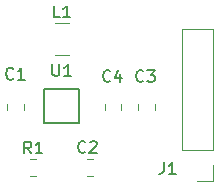
<source format=gbr>
G04 #@! TF.GenerationSoftware,KiCad,Pcbnew,5.1.5+dfsg1-2build2*
G04 #@! TF.CreationDate,2020-09-01T14:50:31-04:00*
G04 #@! TF.ProjectId,TPS63001Supply,54505336-3330-4303-9153-7570706c792e,rev?*
G04 #@! TF.SameCoordinates,Original*
G04 #@! TF.FileFunction,Legend,Top*
G04 #@! TF.FilePolarity,Positive*
%FSLAX46Y46*%
G04 Gerber Fmt 4.6, Leading zero omitted, Abs format (unit mm)*
G04 Created by KiCad (PCBNEW 5.1.5+dfsg1-2build2) date 2020-09-01 14:50:31*
%MOMM*%
%LPD*%
G04 APERTURE LIST*
%ADD10C,0.150000*%
%ADD11C,0.120000*%
G04 APERTURE END LIST*
D10*
X149951100Y-103553600D02*
X147051100Y-103553600D01*
X149951100Y-106453600D02*
X149951100Y-103553600D01*
X147051100Y-106453600D02*
X149951100Y-106453600D01*
X147051100Y-103553600D02*
X147051100Y-106453600D01*
D11*
X143917600Y-104843948D02*
X143917600Y-105366452D01*
X145337600Y-104843948D02*
X145337600Y-105366452D01*
X150638748Y-109490000D02*
X151161252Y-109490000D01*
X150638748Y-110910000D02*
X151161252Y-110910000D01*
X154990000Y-104838748D02*
X154990000Y-105361252D01*
X156410000Y-104838748D02*
X156410000Y-105361252D01*
X153567200Y-104843948D02*
X153567200Y-105366452D01*
X152147200Y-104843948D02*
X152147200Y-105366452D01*
X161330000Y-98510000D02*
X158670000Y-98510000D01*
X161330000Y-108730000D02*
X161330000Y-98510000D01*
X158670000Y-108730000D02*
X158670000Y-98510000D01*
X161330000Y-108730000D02*
X158670000Y-108730000D01*
X161330000Y-110000000D02*
X161330000Y-111330000D01*
X161330000Y-111330000D02*
X160000000Y-111330000D01*
X147937136Y-97954000D02*
X149141264Y-97954000D01*
X147937136Y-100674000D02*
X149141264Y-100674000D01*
X145838748Y-109490000D02*
X146361252Y-109490000D01*
X145838748Y-110910000D02*
X146361252Y-110910000D01*
D10*
X147738095Y-101452380D02*
X147738095Y-102261904D01*
X147785714Y-102357142D01*
X147833333Y-102404761D01*
X147928571Y-102452380D01*
X148119047Y-102452380D01*
X148214285Y-102404761D01*
X148261904Y-102357142D01*
X148309523Y-102261904D01*
X148309523Y-101452380D01*
X149309523Y-102452380D02*
X148738095Y-102452380D01*
X149023809Y-102452380D02*
X149023809Y-101452380D01*
X148928571Y-101595238D01*
X148833333Y-101690476D01*
X148738095Y-101738095D01*
X144433333Y-102657142D02*
X144385714Y-102704761D01*
X144242857Y-102752380D01*
X144147619Y-102752380D01*
X144004761Y-102704761D01*
X143909523Y-102609523D01*
X143861904Y-102514285D01*
X143814285Y-102323809D01*
X143814285Y-102180952D01*
X143861904Y-101990476D01*
X143909523Y-101895238D01*
X144004761Y-101800000D01*
X144147619Y-101752380D01*
X144242857Y-101752380D01*
X144385714Y-101800000D01*
X144433333Y-101847619D01*
X145385714Y-102752380D02*
X144814285Y-102752380D01*
X145100000Y-102752380D02*
X145100000Y-101752380D01*
X145004761Y-101895238D01*
X144909523Y-101990476D01*
X144814285Y-102038095D01*
X150533333Y-108857142D02*
X150485714Y-108904761D01*
X150342857Y-108952380D01*
X150247619Y-108952380D01*
X150104761Y-108904761D01*
X150009523Y-108809523D01*
X149961904Y-108714285D01*
X149914285Y-108523809D01*
X149914285Y-108380952D01*
X149961904Y-108190476D01*
X150009523Y-108095238D01*
X150104761Y-108000000D01*
X150247619Y-107952380D01*
X150342857Y-107952380D01*
X150485714Y-108000000D01*
X150533333Y-108047619D01*
X150914285Y-108047619D02*
X150961904Y-108000000D01*
X151057142Y-107952380D01*
X151295238Y-107952380D01*
X151390476Y-108000000D01*
X151438095Y-108047619D01*
X151485714Y-108142857D01*
X151485714Y-108238095D01*
X151438095Y-108380952D01*
X150866666Y-108952380D01*
X151485714Y-108952380D01*
X155433333Y-102857142D02*
X155385714Y-102904761D01*
X155242857Y-102952380D01*
X155147619Y-102952380D01*
X155004761Y-102904761D01*
X154909523Y-102809523D01*
X154861904Y-102714285D01*
X154814285Y-102523809D01*
X154814285Y-102380952D01*
X154861904Y-102190476D01*
X154909523Y-102095238D01*
X155004761Y-102000000D01*
X155147619Y-101952380D01*
X155242857Y-101952380D01*
X155385714Y-102000000D01*
X155433333Y-102047619D01*
X155766666Y-101952380D02*
X156385714Y-101952380D01*
X156052380Y-102333333D01*
X156195238Y-102333333D01*
X156290476Y-102380952D01*
X156338095Y-102428571D01*
X156385714Y-102523809D01*
X156385714Y-102761904D01*
X156338095Y-102857142D01*
X156290476Y-102904761D01*
X156195238Y-102952380D01*
X155909523Y-102952380D01*
X155814285Y-102904761D01*
X155766666Y-102857142D01*
X152633333Y-102857142D02*
X152585714Y-102904761D01*
X152442857Y-102952380D01*
X152347619Y-102952380D01*
X152204761Y-102904761D01*
X152109523Y-102809523D01*
X152061904Y-102714285D01*
X152014285Y-102523809D01*
X152014285Y-102380952D01*
X152061904Y-102190476D01*
X152109523Y-102095238D01*
X152204761Y-102000000D01*
X152347619Y-101952380D01*
X152442857Y-101952380D01*
X152585714Y-102000000D01*
X152633333Y-102047619D01*
X153490476Y-102285714D02*
X153490476Y-102952380D01*
X153252380Y-101904761D02*
X153014285Y-102619047D01*
X153633333Y-102619047D01*
X157166666Y-109752380D02*
X157166666Y-110466666D01*
X157119047Y-110609523D01*
X157023809Y-110704761D01*
X156880952Y-110752380D01*
X156785714Y-110752380D01*
X158166666Y-110752380D02*
X157595238Y-110752380D01*
X157880952Y-110752380D02*
X157880952Y-109752380D01*
X157785714Y-109895238D01*
X157690476Y-109990476D01*
X157595238Y-110038095D01*
X148372533Y-97486380D02*
X147896342Y-97486380D01*
X147896342Y-96486380D01*
X149229676Y-97486380D02*
X148658247Y-97486380D01*
X148943961Y-97486380D02*
X148943961Y-96486380D01*
X148848723Y-96629238D01*
X148753485Y-96724476D01*
X148658247Y-96772095D01*
X145933333Y-109002380D02*
X145600000Y-108526190D01*
X145361904Y-109002380D02*
X145361904Y-108002380D01*
X145742857Y-108002380D01*
X145838095Y-108050000D01*
X145885714Y-108097619D01*
X145933333Y-108192857D01*
X145933333Y-108335714D01*
X145885714Y-108430952D01*
X145838095Y-108478571D01*
X145742857Y-108526190D01*
X145361904Y-108526190D01*
X146885714Y-109002380D02*
X146314285Y-109002380D01*
X146600000Y-109002380D02*
X146600000Y-108002380D01*
X146504761Y-108145238D01*
X146409523Y-108240476D01*
X146314285Y-108288095D01*
M02*

</source>
